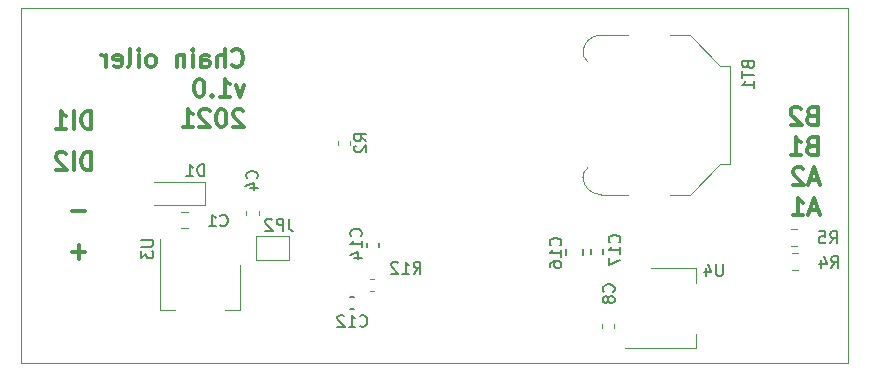
<source format=gbo>
%TF.GenerationSoftware,KiCad,Pcbnew,5.1.8-db9833491~88~ubuntu20.04.1*%
%TF.CreationDate,2021-06-21T07:11:52+02:00*%
%TF.ProjectId,chain-oiler,63686169-6e2d-46f6-996c-65722e6b6963,rev?*%
%TF.SameCoordinates,Original*%
%TF.FileFunction,Legend,Bot*%
%TF.FilePolarity,Positive*%
%FSLAX46Y46*%
G04 Gerber Fmt 4.6, Leading zero omitted, Abs format (unit mm)*
G04 Created by KiCad (PCBNEW 5.1.8-db9833491~88~ubuntu20.04.1) date 2021-06-21 07:11:52*
%MOMM*%
%LPD*%
G01*
G04 APERTURE LIST*
%ADD10C,0.300000*%
%TA.AperFunction,Profile*%
%ADD11C,0.050000*%
%TD*%
%ADD12C,0.120000*%
%ADD13C,0.200000*%
G04 APERTURE END LIST*
D10*
X105447857Y-120607142D02*
X104305000Y-120607142D01*
X104876428Y-121178571D02*
X104876428Y-120035714D01*
X105447857Y-117107142D02*
X104305000Y-117107142D01*
X105947857Y-113678571D02*
X105947857Y-112178571D01*
X105590714Y-112178571D01*
X105376428Y-112250000D01*
X105233571Y-112392857D01*
X105162142Y-112535714D01*
X105090714Y-112821428D01*
X105090714Y-113035714D01*
X105162142Y-113321428D01*
X105233571Y-113464285D01*
X105376428Y-113607142D01*
X105590714Y-113678571D01*
X105947857Y-113678571D01*
X104447857Y-113678571D02*
X104447857Y-112178571D01*
X103805000Y-112321428D02*
X103733571Y-112250000D01*
X103590714Y-112178571D01*
X103233571Y-112178571D01*
X103090714Y-112250000D01*
X103019285Y-112321428D01*
X102947857Y-112464285D01*
X102947857Y-112607142D01*
X103019285Y-112821428D01*
X103876428Y-113678571D01*
X102947857Y-113678571D01*
X105964285Y-110178571D02*
X105964285Y-108678571D01*
X105607142Y-108678571D01*
X105392857Y-108750000D01*
X105250000Y-108892857D01*
X105178571Y-109035714D01*
X105107142Y-109321428D01*
X105107142Y-109535714D01*
X105178571Y-109821428D01*
X105250000Y-109964285D01*
X105392857Y-110107142D01*
X105607142Y-110178571D01*
X105964285Y-110178571D01*
X104464285Y-110178571D02*
X104464285Y-108678571D01*
X102964285Y-110178571D02*
X103821428Y-110178571D01*
X103392857Y-110178571D02*
X103392857Y-108678571D01*
X103535714Y-108892857D01*
X103678571Y-109035714D01*
X103821428Y-109107142D01*
X117890714Y-104785714D02*
X117962142Y-104857142D01*
X118176428Y-104928571D01*
X118319285Y-104928571D01*
X118533571Y-104857142D01*
X118676428Y-104714285D01*
X118747857Y-104571428D01*
X118819285Y-104285714D01*
X118819285Y-104071428D01*
X118747857Y-103785714D01*
X118676428Y-103642857D01*
X118533571Y-103500000D01*
X118319285Y-103428571D01*
X118176428Y-103428571D01*
X117962142Y-103500000D01*
X117890714Y-103571428D01*
X117247857Y-104928571D02*
X117247857Y-103428571D01*
X116605000Y-104928571D02*
X116605000Y-104142857D01*
X116676428Y-104000000D01*
X116819285Y-103928571D01*
X117033571Y-103928571D01*
X117176428Y-104000000D01*
X117247857Y-104071428D01*
X115247857Y-104928571D02*
X115247857Y-104142857D01*
X115319285Y-104000000D01*
X115462142Y-103928571D01*
X115747857Y-103928571D01*
X115890714Y-104000000D01*
X115247857Y-104857142D02*
X115390714Y-104928571D01*
X115747857Y-104928571D01*
X115890714Y-104857142D01*
X115962142Y-104714285D01*
X115962142Y-104571428D01*
X115890714Y-104428571D01*
X115747857Y-104357142D01*
X115390714Y-104357142D01*
X115247857Y-104285714D01*
X114533571Y-104928571D02*
X114533571Y-103928571D01*
X114533571Y-103428571D02*
X114605000Y-103500000D01*
X114533571Y-103571428D01*
X114462142Y-103500000D01*
X114533571Y-103428571D01*
X114533571Y-103571428D01*
X113819285Y-103928571D02*
X113819285Y-104928571D01*
X113819285Y-104071428D02*
X113747857Y-104000000D01*
X113605000Y-103928571D01*
X113390714Y-103928571D01*
X113247857Y-104000000D01*
X113176428Y-104142857D01*
X113176428Y-104928571D01*
X111105000Y-104928571D02*
X111247857Y-104857142D01*
X111319285Y-104785714D01*
X111390714Y-104642857D01*
X111390714Y-104214285D01*
X111319285Y-104071428D01*
X111247857Y-104000000D01*
X111105000Y-103928571D01*
X110890714Y-103928571D01*
X110747857Y-104000000D01*
X110676428Y-104071428D01*
X110605000Y-104214285D01*
X110605000Y-104642857D01*
X110676428Y-104785714D01*
X110747857Y-104857142D01*
X110890714Y-104928571D01*
X111105000Y-104928571D01*
X109962142Y-104928571D02*
X109962142Y-103928571D01*
X109962142Y-103428571D02*
X110033571Y-103500000D01*
X109962142Y-103571428D01*
X109890714Y-103500000D01*
X109962142Y-103428571D01*
X109962142Y-103571428D01*
X109033571Y-104928571D02*
X109176428Y-104857142D01*
X109247857Y-104714285D01*
X109247857Y-103428571D01*
X107890714Y-104857142D02*
X108033571Y-104928571D01*
X108319285Y-104928571D01*
X108462142Y-104857142D01*
X108533571Y-104714285D01*
X108533571Y-104142857D01*
X108462142Y-104000000D01*
X108319285Y-103928571D01*
X108033571Y-103928571D01*
X107890714Y-104000000D01*
X107819285Y-104142857D01*
X107819285Y-104285714D01*
X108533571Y-104428571D01*
X107176428Y-104928571D02*
X107176428Y-103928571D01*
X107176428Y-104214285D02*
X107105000Y-104071428D01*
X107033571Y-104000000D01*
X106890714Y-103928571D01*
X106747857Y-103928571D01*
X118890714Y-106478571D02*
X118533571Y-107478571D01*
X118176428Y-106478571D01*
X116819285Y-107478571D02*
X117676428Y-107478571D01*
X117247857Y-107478571D02*
X117247857Y-105978571D01*
X117390714Y-106192857D01*
X117533571Y-106335714D01*
X117676428Y-106407142D01*
X116176428Y-107335714D02*
X116105000Y-107407142D01*
X116176428Y-107478571D01*
X116247857Y-107407142D01*
X116176428Y-107335714D01*
X116176428Y-107478571D01*
X115176428Y-105978571D02*
X115033571Y-105978571D01*
X114890714Y-106050000D01*
X114819285Y-106121428D01*
X114747857Y-106264285D01*
X114676428Y-106550000D01*
X114676428Y-106907142D01*
X114747857Y-107192857D01*
X114819285Y-107335714D01*
X114890714Y-107407142D01*
X115033571Y-107478571D01*
X115176428Y-107478571D01*
X115319285Y-107407142D01*
X115390714Y-107335714D01*
X115462142Y-107192857D01*
X115533571Y-106907142D01*
X115533571Y-106550000D01*
X115462142Y-106264285D01*
X115390714Y-106121428D01*
X115319285Y-106050000D01*
X115176428Y-105978571D01*
X118819285Y-108671428D02*
X118747857Y-108600000D01*
X118605000Y-108528571D01*
X118247857Y-108528571D01*
X118105000Y-108600000D01*
X118033571Y-108671428D01*
X117962142Y-108814285D01*
X117962142Y-108957142D01*
X118033571Y-109171428D01*
X118890714Y-110028571D01*
X117962142Y-110028571D01*
X117033571Y-108528571D02*
X116890714Y-108528571D01*
X116747857Y-108600000D01*
X116676428Y-108671428D01*
X116605000Y-108814285D01*
X116533571Y-109100000D01*
X116533571Y-109457142D01*
X116605000Y-109742857D01*
X116676428Y-109885714D01*
X116747857Y-109957142D01*
X116890714Y-110028571D01*
X117033571Y-110028571D01*
X117176428Y-109957142D01*
X117247857Y-109885714D01*
X117319285Y-109742857D01*
X117390714Y-109457142D01*
X117390714Y-109100000D01*
X117319285Y-108814285D01*
X117247857Y-108671428D01*
X117176428Y-108600000D01*
X117033571Y-108528571D01*
X115962142Y-108671428D02*
X115890714Y-108600000D01*
X115747857Y-108528571D01*
X115390714Y-108528571D01*
X115247857Y-108600000D01*
X115176428Y-108671428D01*
X115105000Y-108814285D01*
X115105000Y-108957142D01*
X115176428Y-109171428D01*
X116033571Y-110028571D01*
X115105000Y-110028571D01*
X113676428Y-110028571D02*
X114533571Y-110028571D01*
X114105000Y-110028571D02*
X114105000Y-108528571D01*
X114247857Y-108742857D01*
X114390714Y-108885714D01*
X114533571Y-108957142D01*
X166947857Y-109067857D02*
X166733571Y-109139285D01*
X166662142Y-109210714D01*
X166590714Y-109353571D01*
X166590714Y-109567857D01*
X166662142Y-109710714D01*
X166733571Y-109782142D01*
X166876428Y-109853571D01*
X167447857Y-109853571D01*
X167447857Y-108353571D01*
X166947857Y-108353571D01*
X166805000Y-108425000D01*
X166733571Y-108496428D01*
X166662142Y-108639285D01*
X166662142Y-108782142D01*
X166733571Y-108925000D01*
X166805000Y-108996428D01*
X166947857Y-109067857D01*
X167447857Y-109067857D01*
X166019285Y-108496428D02*
X165947857Y-108425000D01*
X165805000Y-108353571D01*
X165447857Y-108353571D01*
X165305000Y-108425000D01*
X165233571Y-108496428D01*
X165162142Y-108639285D01*
X165162142Y-108782142D01*
X165233571Y-108996428D01*
X166090714Y-109853571D01*
X165162142Y-109853571D01*
X166947857Y-111617857D02*
X166733571Y-111689285D01*
X166662142Y-111760714D01*
X166590714Y-111903571D01*
X166590714Y-112117857D01*
X166662142Y-112260714D01*
X166733571Y-112332142D01*
X166876428Y-112403571D01*
X167447857Y-112403571D01*
X167447857Y-110903571D01*
X166947857Y-110903571D01*
X166805000Y-110975000D01*
X166733571Y-111046428D01*
X166662142Y-111189285D01*
X166662142Y-111332142D01*
X166733571Y-111475000D01*
X166805000Y-111546428D01*
X166947857Y-111617857D01*
X167447857Y-111617857D01*
X165162142Y-112403571D02*
X166019285Y-112403571D01*
X165590714Y-112403571D02*
X165590714Y-110903571D01*
X165733571Y-111117857D01*
X165876428Y-111260714D01*
X166019285Y-111332142D01*
X167519285Y-114525000D02*
X166805000Y-114525000D01*
X167662142Y-114953571D02*
X167162142Y-113453571D01*
X166662142Y-114953571D01*
X166233571Y-113596428D02*
X166162142Y-113525000D01*
X166019285Y-113453571D01*
X165662142Y-113453571D01*
X165519285Y-113525000D01*
X165447857Y-113596428D01*
X165376428Y-113739285D01*
X165376428Y-113882142D01*
X165447857Y-114096428D01*
X166305000Y-114953571D01*
X165376428Y-114953571D01*
X167519285Y-117075000D02*
X166805000Y-117075000D01*
X167662142Y-117503571D02*
X167162142Y-116003571D01*
X166662142Y-117503571D01*
X165376428Y-117503571D02*
X166233571Y-117503571D01*
X165805000Y-117503571D02*
X165805000Y-116003571D01*
X165947857Y-116217857D01*
X166090714Y-116360714D01*
X166233571Y-116432142D01*
D11*
X100000000Y-100000000D02*
X100000000Y-130000000D01*
X170000000Y-100000000D02*
X100000000Y-100000000D01*
X170000000Y-130000000D02*
X170000000Y-100000000D01*
X100000000Y-130000000D02*
X170000000Y-130000000D01*
D12*
%TO.C,R12*%
X129896267Y-123910000D02*
X129553733Y-123910000D01*
X129896267Y-122890000D02*
X129553733Y-122890000D01*
%TO.C,BT1*%
X151375000Y-102250000D02*
X149075000Y-102250000D01*
X151375000Y-115750000D02*
X149075000Y-115750000D01*
X154975000Y-115750000D02*
X156625000Y-115750000D01*
X156625000Y-115750000D02*
X159225000Y-113150000D01*
X159225000Y-113150000D02*
X160025000Y-113150000D01*
X160025000Y-113150000D02*
X160025000Y-104850000D01*
X160025000Y-104850000D02*
X159225000Y-104850000D01*
X159225000Y-104850000D02*
X156625000Y-102250000D01*
X156625000Y-102250000D02*
X154975000Y-102250000D01*
X147590840Y-103585385D02*
G75*
G03*
X147975000Y-104500000I984160J-124615D01*
G01*
X147590840Y-114414615D02*
G75*
G02*
X147975000Y-113500000I984160J124615D01*
G01*
X149125000Y-102250000D02*
G75*
G03*
X147575000Y-103700000I-50000J-1500000D01*
G01*
X149125000Y-115750000D02*
G75*
G02*
X147575000Y-114300000I-50000J1500000D01*
G01*
D13*
%TO.C,C12*%
X127828733Y-125460000D02*
X128171267Y-125460000D01*
X127828733Y-124440000D02*
X128171267Y-124440000D01*
D12*
%TO.C,JP2*%
X119925000Y-119275000D02*
X119925000Y-121275000D01*
X122725000Y-119275000D02*
X119925000Y-119275000D01*
X122725000Y-121275000D02*
X122725000Y-119275000D01*
X119925000Y-121275000D02*
X122725000Y-121275000D01*
%TO.C,C4*%
X119090000Y-117471267D02*
X119090000Y-117128733D01*
X120110000Y-117471267D02*
X120110000Y-117128733D01*
%TO.C,C1*%
X113588748Y-118610000D02*
X114111252Y-118610000D01*
X113588748Y-117190000D02*
X114111252Y-117190000D01*
%TO.C,U4*%
X157110000Y-121965000D02*
X157110000Y-123225000D01*
X157110000Y-128785000D02*
X157110000Y-127525000D01*
X153350000Y-121965000D02*
X157110000Y-121965000D01*
X151100000Y-128785000D02*
X157110000Y-128785000D01*
D13*
%TO.C,C17*%
X149310000Y-120403733D02*
X149310000Y-120746267D01*
X148290000Y-120403733D02*
X148290000Y-120746267D01*
%TO.C,C16*%
X147585000Y-120388748D02*
X147585000Y-120911252D01*
X146165000Y-120388748D02*
X146165000Y-120911252D01*
D12*
%TO.C,D1*%
X115600000Y-116650000D02*
X111300000Y-116650000D01*
X115600000Y-114650000D02*
X115600000Y-116650000D01*
X111300000Y-114650000D02*
X115600000Y-114650000D01*
%TO.C,R2*%
X126840000Y-111571267D02*
X126840000Y-111228733D01*
X127860000Y-111571267D02*
X127860000Y-111228733D01*
%TO.C,R4*%
X165761252Y-120740000D02*
X165238748Y-120740000D01*
X165761252Y-122160000D02*
X165238748Y-122160000D01*
%TO.C,R5*%
X165736252Y-120085000D02*
X165213748Y-120085000D01*
X165736252Y-118665000D02*
X165213748Y-118665000D01*
%TO.C,C8*%
X150235000Y-127046267D02*
X150235000Y-126703733D01*
X149215000Y-127046267D02*
X149215000Y-126703733D01*
D13*
%TO.C,C14*%
X129315000Y-119853733D02*
X129315000Y-120196267D01*
X130335000Y-119853733D02*
X130335000Y-120196267D01*
D12*
%TO.C,U3*%
X111740000Y-119500000D02*
X111740000Y-125510000D01*
X118560000Y-121750000D02*
X118560000Y-125510000D01*
X111740000Y-125510000D02*
X113000000Y-125510000D01*
X118560000Y-125510000D02*
X117300000Y-125510000D01*
%TD*%
%TO.C,R12*%
D13*
X133242857Y-122452380D02*
X133576190Y-121976190D01*
X133814285Y-122452380D02*
X133814285Y-121452380D01*
X133433333Y-121452380D01*
X133338095Y-121500000D01*
X133290476Y-121547619D01*
X133242857Y-121642857D01*
X133242857Y-121785714D01*
X133290476Y-121880952D01*
X133338095Y-121928571D01*
X133433333Y-121976190D01*
X133814285Y-121976190D01*
X132290476Y-122452380D02*
X132861904Y-122452380D01*
X132576190Y-122452380D02*
X132576190Y-121452380D01*
X132671428Y-121595238D01*
X132766666Y-121690476D01*
X132861904Y-121738095D01*
X131909523Y-121547619D02*
X131861904Y-121500000D01*
X131766666Y-121452380D01*
X131528571Y-121452380D01*
X131433333Y-121500000D01*
X131385714Y-121547619D01*
X131338095Y-121642857D01*
X131338095Y-121738095D01*
X131385714Y-121880952D01*
X131957142Y-122452380D01*
X131338095Y-122452380D01*
%TO.C,BT1*%
X161528571Y-104789285D02*
X161576190Y-104932142D01*
X161623809Y-104979761D01*
X161719047Y-105027380D01*
X161861904Y-105027380D01*
X161957142Y-104979761D01*
X162004761Y-104932142D01*
X162052380Y-104836904D01*
X162052380Y-104455952D01*
X161052380Y-104455952D01*
X161052380Y-104789285D01*
X161100000Y-104884523D01*
X161147619Y-104932142D01*
X161242857Y-104979761D01*
X161338095Y-104979761D01*
X161433333Y-104932142D01*
X161480952Y-104884523D01*
X161528571Y-104789285D01*
X161528571Y-104455952D01*
X161052380Y-105313095D02*
X161052380Y-105884523D01*
X162052380Y-105598809D02*
X161052380Y-105598809D01*
X162052380Y-106741666D02*
X162052380Y-106170238D01*
X162052380Y-106455952D02*
X161052380Y-106455952D01*
X161195238Y-106360714D01*
X161290476Y-106265476D01*
X161338095Y-106170238D01*
%TO.C,C12*%
X128692857Y-126857142D02*
X128740476Y-126904761D01*
X128883333Y-126952380D01*
X128978571Y-126952380D01*
X129121428Y-126904761D01*
X129216666Y-126809523D01*
X129264285Y-126714285D01*
X129311904Y-126523809D01*
X129311904Y-126380952D01*
X129264285Y-126190476D01*
X129216666Y-126095238D01*
X129121428Y-126000000D01*
X128978571Y-125952380D01*
X128883333Y-125952380D01*
X128740476Y-126000000D01*
X128692857Y-126047619D01*
X127740476Y-126952380D02*
X128311904Y-126952380D01*
X128026190Y-126952380D02*
X128026190Y-125952380D01*
X128121428Y-126095238D01*
X128216666Y-126190476D01*
X128311904Y-126238095D01*
X127359523Y-126047619D02*
X127311904Y-126000000D01*
X127216666Y-125952380D01*
X126978571Y-125952380D01*
X126883333Y-126000000D01*
X126835714Y-126047619D01*
X126788095Y-126142857D01*
X126788095Y-126238095D01*
X126835714Y-126380952D01*
X127407142Y-126952380D01*
X126788095Y-126952380D01*
%TO.C,JP2*%
X122683333Y-117802380D02*
X122683333Y-118516666D01*
X122730952Y-118659523D01*
X122826190Y-118754761D01*
X122969047Y-118802380D01*
X123064285Y-118802380D01*
X122207142Y-118802380D02*
X122207142Y-117802380D01*
X121826190Y-117802380D01*
X121730952Y-117850000D01*
X121683333Y-117897619D01*
X121635714Y-117992857D01*
X121635714Y-118135714D01*
X121683333Y-118230952D01*
X121730952Y-118278571D01*
X121826190Y-118326190D01*
X122207142Y-118326190D01*
X121254761Y-117897619D02*
X121207142Y-117850000D01*
X121111904Y-117802380D01*
X120873809Y-117802380D01*
X120778571Y-117850000D01*
X120730952Y-117897619D01*
X120683333Y-117992857D01*
X120683333Y-118088095D01*
X120730952Y-118230952D01*
X121302380Y-118802380D01*
X120683333Y-118802380D01*
%TO.C,C4*%
X119957142Y-114383333D02*
X120004761Y-114335714D01*
X120052380Y-114192857D01*
X120052380Y-114097619D01*
X120004761Y-113954761D01*
X119909523Y-113859523D01*
X119814285Y-113811904D01*
X119623809Y-113764285D01*
X119480952Y-113764285D01*
X119290476Y-113811904D01*
X119195238Y-113859523D01*
X119100000Y-113954761D01*
X119052380Y-114097619D01*
X119052380Y-114192857D01*
X119100000Y-114335714D01*
X119147619Y-114383333D01*
X119385714Y-115240476D02*
X120052380Y-115240476D01*
X119004761Y-115002380D02*
X119719047Y-114764285D01*
X119719047Y-115383333D01*
%TO.C,C1*%
X116866666Y-118357142D02*
X116914285Y-118404761D01*
X117057142Y-118452380D01*
X117152380Y-118452380D01*
X117295238Y-118404761D01*
X117390476Y-118309523D01*
X117438095Y-118214285D01*
X117485714Y-118023809D01*
X117485714Y-117880952D01*
X117438095Y-117690476D01*
X117390476Y-117595238D01*
X117295238Y-117500000D01*
X117152380Y-117452380D01*
X117057142Y-117452380D01*
X116914285Y-117500000D01*
X116866666Y-117547619D01*
X115914285Y-118452380D02*
X116485714Y-118452380D01*
X116200000Y-118452380D02*
X116200000Y-117452380D01*
X116295238Y-117595238D01*
X116390476Y-117690476D01*
X116485714Y-117738095D01*
%TO.C,U4*%
X159436904Y-121652380D02*
X159436904Y-122461904D01*
X159389285Y-122557142D01*
X159341666Y-122604761D01*
X159246428Y-122652380D01*
X159055952Y-122652380D01*
X158960714Y-122604761D01*
X158913095Y-122557142D01*
X158865476Y-122461904D01*
X158865476Y-121652380D01*
X157960714Y-121985714D02*
X157960714Y-122652380D01*
X158198809Y-121604761D02*
X158436904Y-122319047D01*
X157817857Y-122319047D01*
%TO.C,C17*%
X150657142Y-119807142D02*
X150704761Y-119759523D01*
X150752380Y-119616666D01*
X150752380Y-119521428D01*
X150704761Y-119378571D01*
X150609523Y-119283333D01*
X150514285Y-119235714D01*
X150323809Y-119188095D01*
X150180952Y-119188095D01*
X149990476Y-119235714D01*
X149895238Y-119283333D01*
X149800000Y-119378571D01*
X149752380Y-119521428D01*
X149752380Y-119616666D01*
X149800000Y-119759523D01*
X149847619Y-119807142D01*
X150752380Y-120759523D02*
X150752380Y-120188095D01*
X150752380Y-120473809D02*
X149752380Y-120473809D01*
X149895238Y-120378571D01*
X149990476Y-120283333D01*
X150038095Y-120188095D01*
X149752380Y-121092857D02*
X149752380Y-121759523D01*
X150752380Y-121330952D01*
%TO.C,C16*%
X145657142Y-120057142D02*
X145704761Y-120009523D01*
X145752380Y-119866666D01*
X145752380Y-119771428D01*
X145704761Y-119628571D01*
X145609523Y-119533333D01*
X145514285Y-119485714D01*
X145323809Y-119438095D01*
X145180952Y-119438095D01*
X144990476Y-119485714D01*
X144895238Y-119533333D01*
X144800000Y-119628571D01*
X144752380Y-119771428D01*
X144752380Y-119866666D01*
X144800000Y-120009523D01*
X144847619Y-120057142D01*
X145752380Y-121009523D02*
X145752380Y-120438095D01*
X145752380Y-120723809D02*
X144752380Y-120723809D01*
X144895238Y-120628571D01*
X144990476Y-120533333D01*
X145038095Y-120438095D01*
X144752380Y-121866666D02*
X144752380Y-121676190D01*
X144800000Y-121580952D01*
X144847619Y-121533333D01*
X144990476Y-121438095D01*
X145180952Y-121390476D01*
X145561904Y-121390476D01*
X145657142Y-121438095D01*
X145704761Y-121485714D01*
X145752380Y-121580952D01*
X145752380Y-121771428D01*
X145704761Y-121866666D01*
X145657142Y-121914285D01*
X145561904Y-121961904D01*
X145323809Y-121961904D01*
X145228571Y-121914285D01*
X145180952Y-121866666D01*
X145133333Y-121771428D01*
X145133333Y-121580952D01*
X145180952Y-121485714D01*
X145228571Y-121438095D01*
X145323809Y-121390476D01*
%TO.C,D1*%
X115513095Y-114202380D02*
X115513095Y-113202380D01*
X115275000Y-113202380D01*
X115132142Y-113250000D01*
X115036904Y-113345238D01*
X114989285Y-113440476D01*
X114941666Y-113630952D01*
X114941666Y-113773809D01*
X114989285Y-113964285D01*
X115036904Y-114059523D01*
X115132142Y-114154761D01*
X115275000Y-114202380D01*
X115513095Y-114202380D01*
X113989285Y-114202380D02*
X114560714Y-114202380D01*
X114275000Y-114202380D02*
X114275000Y-113202380D01*
X114370238Y-113345238D01*
X114465476Y-113440476D01*
X114560714Y-113488095D01*
%TO.C,R2*%
X129232380Y-111233333D02*
X128756190Y-110900000D01*
X129232380Y-110661904D02*
X128232380Y-110661904D01*
X128232380Y-111042857D01*
X128280000Y-111138095D01*
X128327619Y-111185714D01*
X128422857Y-111233333D01*
X128565714Y-111233333D01*
X128660952Y-111185714D01*
X128708571Y-111138095D01*
X128756190Y-111042857D01*
X128756190Y-110661904D01*
X128327619Y-111614285D02*
X128280000Y-111661904D01*
X128232380Y-111757142D01*
X128232380Y-111995238D01*
X128280000Y-112090476D01*
X128327619Y-112138095D01*
X128422857Y-112185714D01*
X128518095Y-112185714D01*
X128660952Y-112138095D01*
X129232380Y-111566666D01*
X129232380Y-112185714D01*
%TO.C,R4*%
X168591666Y-121977380D02*
X168925000Y-121501190D01*
X169163095Y-121977380D02*
X169163095Y-120977380D01*
X168782142Y-120977380D01*
X168686904Y-121025000D01*
X168639285Y-121072619D01*
X168591666Y-121167857D01*
X168591666Y-121310714D01*
X168639285Y-121405952D01*
X168686904Y-121453571D01*
X168782142Y-121501190D01*
X169163095Y-121501190D01*
X167734523Y-121310714D02*
X167734523Y-121977380D01*
X167972619Y-120929761D02*
X168210714Y-121644047D01*
X167591666Y-121644047D01*
%TO.C,R5*%
X168491666Y-119877380D02*
X168825000Y-119401190D01*
X169063095Y-119877380D02*
X169063095Y-118877380D01*
X168682142Y-118877380D01*
X168586904Y-118925000D01*
X168539285Y-118972619D01*
X168491666Y-119067857D01*
X168491666Y-119210714D01*
X168539285Y-119305952D01*
X168586904Y-119353571D01*
X168682142Y-119401190D01*
X169063095Y-119401190D01*
X167586904Y-118877380D02*
X168063095Y-118877380D01*
X168110714Y-119353571D01*
X168063095Y-119305952D01*
X167967857Y-119258333D01*
X167729761Y-119258333D01*
X167634523Y-119305952D01*
X167586904Y-119353571D01*
X167539285Y-119448809D01*
X167539285Y-119686904D01*
X167586904Y-119782142D01*
X167634523Y-119829761D01*
X167729761Y-119877380D01*
X167967857Y-119877380D01*
X168063095Y-119829761D01*
X168110714Y-119782142D01*
%TO.C,C8*%
X150157142Y-123983333D02*
X150204761Y-123935714D01*
X150252380Y-123792857D01*
X150252380Y-123697619D01*
X150204761Y-123554761D01*
X150109523Y-123459523D01*
X150014285Y-123411904D01*
X149823809Y-123364285D01*
X149680952Y-123364285D01*
X149490476Y-123411904D01*
X149395238Y-123459523D01*
X149300000Y-123554761D01*
X149252380Y-123697619D01*
X149252380Y-123792857D01*
X149300000Y-123935714D01*
X149347619Y-123983333D01*
X149680952Y-124554761D02*
X149633333Y-124459523D01*
X149585714Y-124411904D01*
X149490476Y-124364285D01*
X149442857Y-124364285D01*
X149347619Y-124411904D01*
X149300000Y-124459523D01*
X149252380Y-124554761D01*
X149252380Y-124745238D01*
X149300000Y-124840476D01*
X149347619Y-124888095D01*
X149442857Y-124935714D01*
X149490476Y-124935714D01*
X149585714Y-124888095D01*
X149633333Y-124840476D01*
X149680952Y-124745238D01*
X149680952Y-124554761D01*
X149728571Y-124459523D01*
X149776190Y-124411904D01*
X149871428Y-124364285D01*
X150061904Y-124364285D01*
X150157142Y-124411904D01*
X150204761Y-124459523D01*
X150252380Y-124554761D01*
X150252380Y-124745238D01*
X150204761Y-124840476D01*
X150157142Y-124888095D01*
X150061904Y-124935714D01*
X149871428Y-124935714D01*
X149776190Y-124888095D01*
X149728571Y-124840476D01*
X149680952Y-124745238D01*
%TO.C,C14*%
X128782142Y-119282142D02*
X128829761Y-119234523D01*
X128877380Y-119091666D01*
X128877380Y-118996428D01*
X128829761Y-118853571D01*
X128734523Y-118758333D01*
X128639285Y-118710714D01*
X128448809Y-118663095D01*
X128305952Y-118663095D01*
X128115476Y-118710714D01*
X128020238Y-118758333D01*
X127925000Y-118853571D01*
X127877380Y-118996428D01*
X127877380Y-119091666D01*
X127925000Y-119234523D01*
X127972619Y-119282142D01*
X128877380Y-120234523D02*
X128877380Y-119663095D01*
X128877380Y-119948809D02*
X127877380Y-119948809D01*
X128020238Y-119853571D01*
X128115476Y-119758333D01*
X128163095Y-119663095D01*
X128210714Y-121091666D02*
X128877380Y-121091666D01*
X127829761Y-120853571D02*
X128544047Y-120615476D01*
X128544047Y-121234523D01*
%TO.C,U3*%
X110202380Y-119588095D02*
X111011904Y-119588095D01*
X111107142Y-119635714D01*
X111154761Y-119683333D01*
X111202380Y-119778571D01*
X111202380Y-119969047D01*
X111154761Y-120064285D01*
X111107142Y-120111904D01*
X111011904Y-120159523D01*
X110202380Y-120159523D01*
X110202380Y-120540476D02*
X110202380Y-121159523D01*
X110583333Y-120826190D01*
X110583333Y-120969047D01*
X110630952Y-121064285D01*
X110678571Y-121111904D01*
X110773809Y-121159523D01*
X111011904Y-121159523D01*
X111107142Y-121111904D01*
X111154761Y-121064285D01*
X111202380Y-120969047D01*
X111202380Y-120683333D01*
X111154761Y-120588095D01*
X111107142Y-120540476D01*
%TD*%
M02*

</source>
